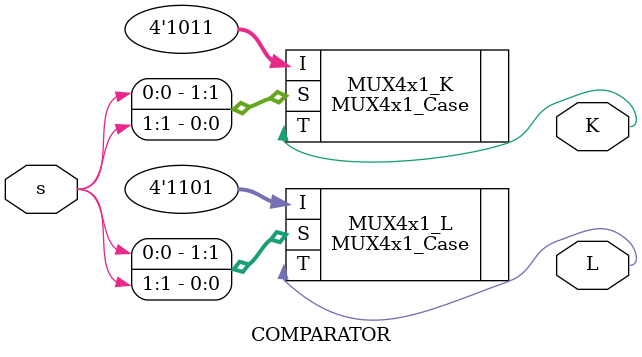
<source format=v>
`include "MUX4x1_Case.v"

module COMPARATOR( input [1:0] s, // Creacion del Bloque COMPARATOR y sus salidas
				   output  K,L);

 parameter a = 1'b1;
 parameter b = 1'b0; // Posiciones de seleccion del primer MUX 4x1
 parameter c = 1'b1;
 parameter d = 1'b1;

 parameter e = 1'b1;
 parameter f = 1'b1;
 parameter g = 1'b0;// Posiciones de seleccion del segundo MUX 4x1
 parameter h = 1'b1;

 MUX4x1_Case MUX4x1_K (.I({a, b, c, d}), .S({s[0], s[1]}), .T(K));  //Instanciacion de los dos MUX4x1 para K y L
 MUX4x1_Case MUX4x1_L (.I({e, f, g, h}), .S({s[0], s[1]}), .T(L));
endmodule 
</source>
